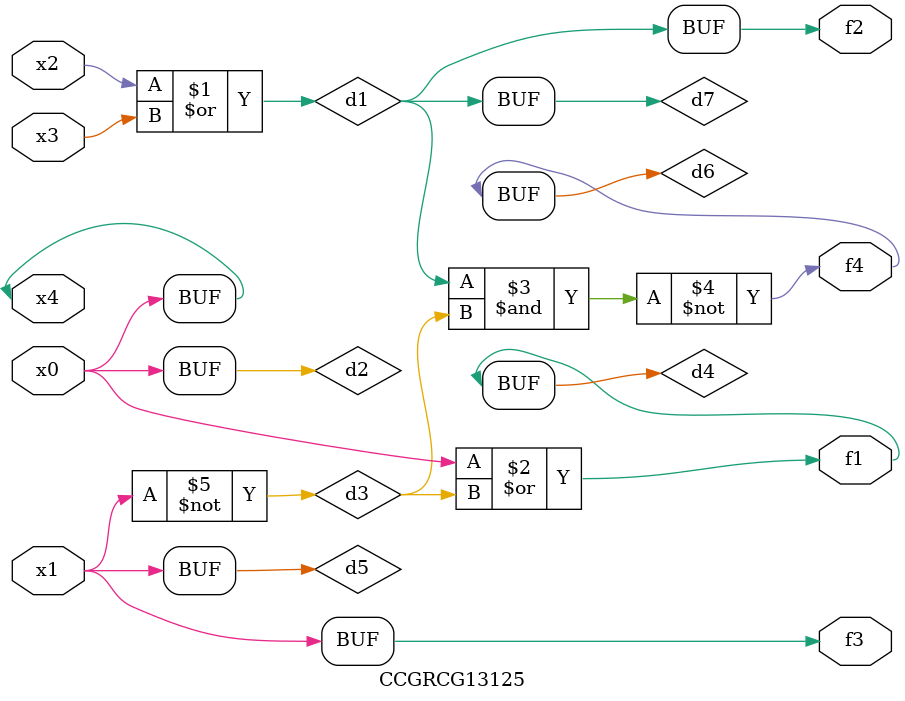
<source format=v>
module CCGRCG13125(
	input x0, x1, x2, x3, x4,
	output f1, f2, f3, f4
);

	wire d1, d2, d3, d4, d5, d6, d7;

	or (d1, x2, x3);
	buf (d2, x0, x4);
	not (d3, x1);
	or (d4, d2, d3);
	not (d5, d3);
	nand (d6, d1, d3);
	or (d7, d1);
	assign f1 = d4;
	assign f2 = d7;
	assign f3 = d5;
	assign f4 = d6;
endmodule

</source>
